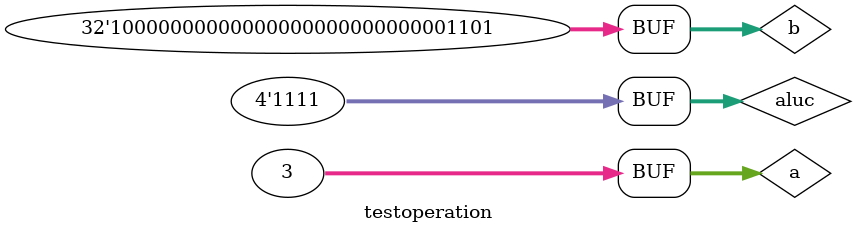
<source format=v>
`timescale 1ns/1ns
module testoperation;
   reg [31:0] a,b;
   reg [3:0] aluc;
   wire [31:0] s;
   wire        z;

   initial
   begin
     a = 32'b00000000000000000000000000000011;
     b = 32'b10000000000000000000000000001101;
     aluc = 4'b1111;
   end   
   alu test_alu(a,b,aluc,s,z);
   
endmodule

</source>
